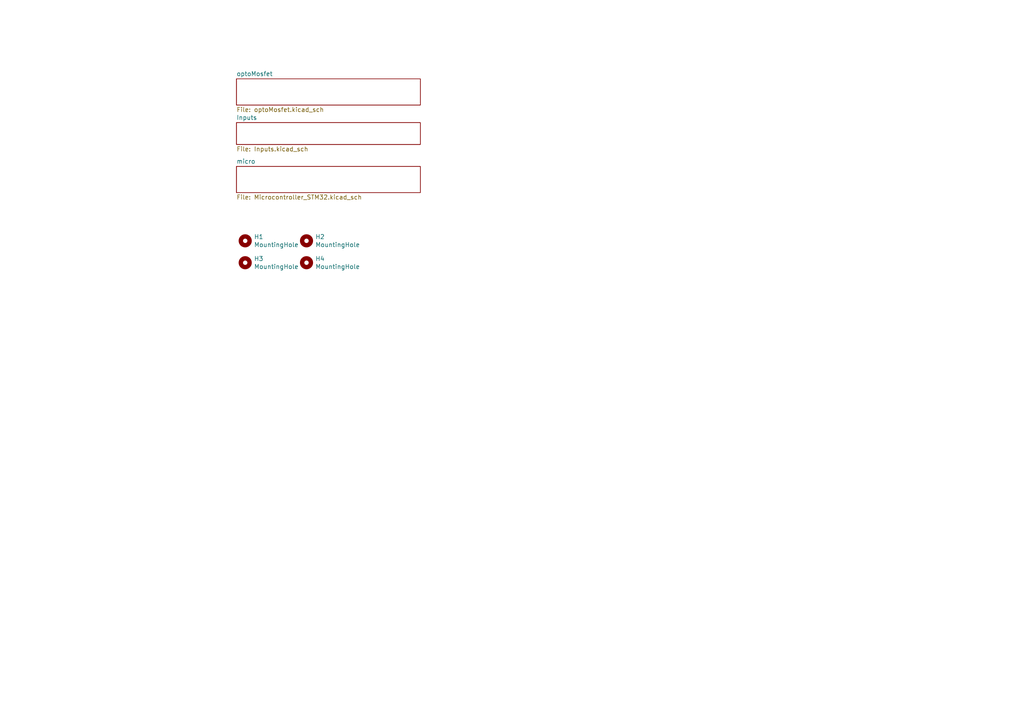
<source format=kicad_sch>
(kicad_sch (version 20230121) (generator eeschema)
  (paper "A4")
  (lib_symbols
    (symbol "Mechanical:MountingHole" (pin_names (offset 1.016))
      (property "Reference" "H" (at 0 5.08 0))
      (property "Value" "MountingHole" (at 0 3.175 0))
      (symbol "MountingHole_0_1"
        (circle (center 0 0) (radius 1.27) (stroke (width 1.27)))
      )
    )
  )
  (symbol (lib_id "Mechanical:MountingHole") (at 71.12 69.85 0) (unit 1)
    (property "Reference" "H1" (at 73.66 68.6816 0) (effects (justify left)))
    (property "Value" "MountingHole" (at 73.66 70.993 0) (effects (justify left)))
    (property "Footprint" "MountingHole:MountingHole_3.5mm" (effects hide))
  )
  (symbol (lib_id "Mechanical:MountingHole") (at 88.9 69.85 0) (unit 1)
    (property "Reference" "H2" (at 91.44 68.6816 0) (effects (justify left)))
    (property "Value" "MountingHole" (at 91.44 70.993 0) (effects (justify left)))
    (property "Footprint" "MountingHole:MountingHole_3.5mm" (effects hide))
  )
  (symbol (lib_id "Mechanical:MountingHole") (at 71.12 76.2 0) (unit 1)
    (property "Reference" "H3" (at 73.66 75.0316 0) (effects (justify left)))
    (property "Value" "MountingHole" (at 73.66 77.343 0) (effects (justify left)))
    (property "Footprint" "MountingHole:MountingHole_3.5mm" (effects hide))
  )
  (symbol (lib_id "Mechanical:MountingHole") (at 88.9 76.2 0) (unit 1)
    (property "Reference" "H4" (at 91.44 75.0316 0) (effects (justify left)))
    (property "Value" "MountingHole" (at 91.44 77.343 0) (effects (justify left)))
    (property "Footprint" "MountingHole:MountingHole_3.5mm" (effects hide))
  )
  (sheet (at 68.58 22.86) (size 53.34 7.62)
    (property "Sheetname" "optoMosfet" (at 68.58 22.1484 0) (effects (justify left bottom)))
    (property "Sheetfile" "optoMosfet.kicad_sch" (at 68.58 31.0646 0) (effects (justify left top)))
  )
  (sheet (at 68.58 35.56) (size 53.34 6.35)
    (property "Sheetname" "Inputs" (at 68.58 34.8484 0) (effects (justify left bottom)))
    (property "Sheetfile" "Inputs.kicad_sch" (at 68.58 42.4946 0) (effects (justify left top)))
  )
  (sheet (at 68.58 48.26) (size 53.34 7.62)
    (property "Sheetname" "micro" (at 68.58 47.5484 0) (effects (justify left bottom)))
    (property "Sheetfile" "Microcontroller_STM32.kicad_sch" (at 68.58 56.4646 0) (effects (justify left top)))
  )
)
</source>
